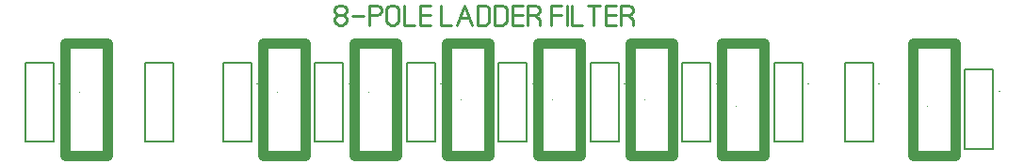
<source format=gbr>
%FSLAX34Y34*%
%MOMM*%
%LNSILK_TOP*%
G71*
G01*
%ADD10C,0.150*%
%ADD11C,0.167*%
%ADD12C,0.111*%
%ADD13C,0.222*%
%ADD14C,0.900*%
%LPD*%
G54D10*
X129525Y-13303D02*
X154925Y-13304D01*
X154925Y58297D01*
X129525Y58296D01*
X129525Y-13303D01*
G54D10*
X281925Y-13303D02*
X307325Y-13304D01*
X307325Y58297D01*
X281925Y58296D01*
X281925Y-13303D01*
G54D11*
X312717Y39352D02*
X312717Y39352D01*
G54D10*
X364475Y-13303D02*
X389875Y-13304D01*
X389875Y58297D01*
X364475Y58296D01*
X364475Y-13303D01*
G54D11*
X395267Y39352D02*
X395267Y39352D01*
G54D10*
X447025Y-13303D02*
X472425Y-13304D01*
X472425Y58297D01*
X447025Y58296D01*
X447025Y-13303D01*
G54D11*
X477817Y39352D02*
X477817Y39352D01*
G54D10*
X529575Y-13303D02*
X554975Y-13304D01*
X554975Y58297D01*
X529575Y58296D01*
X529575Y-13303D01*
G54D11*
X560367Y39352D02*
X560367Y39352D01*
G54D10*
X612125Y-13303D02*
X637525Y-13304D01*
X637525Y58297D01*
X612125Y58296D01*
X612125Y-13303D01*
G54D11*
X642916Y39352D02*
X642916Y39352D01*
G54D10*
X694675Y-13303D02*
X720075Y-13304D01*
X720075Y58297D01*
X694675Y58296D01*
X694675Y-13303D01*
G54D11*
X725466Y39352D02*
X725466Y39352D01*
G54D10*
X866125Y-19653D02*
X891525Y-19654D01*
X891525Y51947D01*
X866125Y51946D01*
X866125Y-19653D01*
G54D11*
X896916Y33002D02*
X896916Y33002D01*
G54D10*
X21575Y-13303D02*
X46975Y-13304D01*
X46975Y58297D01*
X21575Y58296D01*
X21575Y-13303D01*
G54D11*
X52367Y39352D02*
X52367Y39352D01*
G54D12*
X69850Y31750D02*
X69850Y31750D01*
G54D12*
X247650Y31750D02*
X247650Y31750D01*
G54D12*
X330200Y31750D02*
X330200Y31750D01*
G54D12*
X412750Y25400D02*
X412750Y25400D01*
G54D12*
X495300Y25400D02*
X495300Y25400D01*
G54D12*
X577850Y25400D02*
X577850Y25400D01*
G54D12*
X660400Y19050D02*
X660400Y19050D01*
G54D12*
X831850Y19050D02*
X831850Y19050D01*
G54D13*
X306350Y101157D02*
X303684Y101157D01*
X301017Y102268D01*
X299684Y104490D01*
X299684Y106713D01*
X301017Y108935D01*
X303684Y110046D01*
X306350Y110046D01*
X309017Y108935D01*
X310350Y106713D01*
X310350Y104490D01*
X309017Y102268D01*
X306350Y101157D01*
X309017Y100046D01*
X310350Y97824D01*
X310350Y95601D01*
X309017Y93379D01*
X306350Y92268D01*
X303684Y92268D01*
X301017Y93379D01*
X299684Y95601D01*
X299684Y97824D01*
X301017Y100046D01*
X303684Y101157D01*
G54D13*
X315240Y100046D02*
X325906Y100046D01*
G54D13*
X330796Y92268D02*
X330796Y110046D01*
X337462Y110046D01*
X340129Y108935D01*
X341462Y106713D01*
X341462Y104490D01*
X340129Y102268D01*
X337462Y101157D01*
X330796Y101157D01*
G54D13*
X357018Y106713D02*
X357018Y95601D01*
X355685Y93379D01*
X353018Y92268D01*
X350352Y92268D01*
X347685Y93379D01*
X346352Y95601D01*
X346352Y106713D01*
X347685Y108935D01*
X350352Y110046D01*
X353018Y110046D01*
X355685Y108935D01*
X357018Y106713D01*
G54D13*
X361908Y110046D02*
X361908Y92268D01*
X371241Y92268D01*
G54D13*
X385463Y92268D02*
X376130Y92268D01*
X376130Y110046D01*
X385463Y110046D01*
G54D13*
X376130Y101157D02*
X385463Y101157D01*
G54D13*
X395508Y110046D02*
X395508Y92268D01*
X404841Y92268D01*
G54D13*
X409730Y92268D02*
X416396Y110046D01*
X423063Y92268D01*
G54D13*
X412396Y98935D02*
X420396Y98935D01*
G54D13*
X427952Y92268D02*
X427952Y110046D01*
X434618Y110046D01*
X437285Y108935D01*
X438618Y106713D01*
X438618Y95601D01*
X437285Y93379D01*
X434618Y92268D01*
X427952Y92268D01*
G54D13*
X443508Y92268D02*
X443508Y110046D01*
X450174Y110046D01*
X452841Y108935D01*
X454174Y106713D01*
X454174Y95601D01*
X452841Y93379D01*
X450174Y92268D01*
X443508Y92268D01*
G54D13*
X468397Y92268D02*
X459064Y92268D01*
X459064Y110046D01*
X468397Y110046D01*
G54D13*
X459064Y101157D02*
X468397Y101157D01*
G54D13*
X478619Y101157D02*
X482619Y98935D01*
X483952Y96712D01*
X483952Y92268D01*
G54D13*
X473286Y92268D02*
X473286Y110046D01*
X479952Y110046D01*
X482619Y108935D01*
X483952Y106712D01*
X483952Y104490D01*
X482619Y102268D01*
X479952Y101157D01*
X473286Y101157D01*
G54D13*
X493998Y92268D02*
X493998Y110046D01*
X503331Y110046D01*
G54D13*
X493998Y101157D02*
X503331Y101157D01*
G54D13*
X508220Y92268D02*
X508220Y110046D01*
G54D13*
X513109Y110046D02*
X513109Y92268D01*
X522442Y92268D01*
G54D13*
X532664Y92268D02*
X532664Y110046D01*
G54D13*
X527331Y110046D02*
X537997Y110046D01*
G54D13*
X552220Y92268D02*
X542887Y92268D01*
X542887Y110046D01*
X552220Y110046D01*
G54D13*
X542887Y101157D02*
X552220Y101157D01*
G54D13*
X562442Y101157D02*
X566442Y98935D01*
X567775Y96713D01*
X567775Y92268D01*
G54D13*
X557109Y92268D02*
X557109Y110046D01*
X563775Y110046D01*
X566442Y108935D01*
X567775Y106713D01*
X567775Y104490D01*
X566442Y102268D01*
X563775Y101157D01*
X557109Y101157D01*
G54D10*
X199375Y-13303D02*
X224775Y-13304D01*
X224775Y58297D01*
X199375Y58296D01*
X199375Y-13303D01*
G54D11*
X230167Y39352D02*
X230167Y39352D01*
G54D10*
X758175Y-13303D02*
X783575Y-13304D01*
X783575Y58297D01*
X758175Y58296D01*
X758175Y-13303D01*
G54D11*
X788966Y39352D02*
X788966Y39352D01*
G54D14*
X57150Y76200D02*
X95250Y76200D01*
X95250Y-25400D01*
X57150Y-25400D01*
X57150Y76200D01*
G54D14*
X234950Y76200D02*
X273050Y76200D01*
X273050Y-25400D01*
X234950Y-25400D01*
X234950Y76200D01*
G54D14*
X317500Y76200D02*
X355600Y76200D01*
X355600Y-25400D01*
X317500Y-25400D01*
X317500Y76200D01*
G54D14*
X400050Y76200D02*
X438150Y76200D01*
X438150Y-25400D01*
X400050Y-25400D01*
X400050Y76200D01*
G54D14*
X482600Y76200D02*
X520700Y76200D01*
X520700Y-25400D01*
X482600Y-25400D01*
X482600Y76200D01*
G54D14*
X565150Y76200D02*
X603250Y76200D01*
X603250Y-25400D01*
X565150Y-25400D01*
X565150Y76200D01*
G54D14*
X647700Y76200D02*
X685800Y76200D01*
X685800Y-25400D01*
X647700Y-25400D01*
X647700Y76200D01*
G54D14*
X819150Y76200D02*
X857250Y76200D01*
X857250Y-25400D01*
X819150Y-25400D01*
X819150Y76200D01*
M02*

</source>
